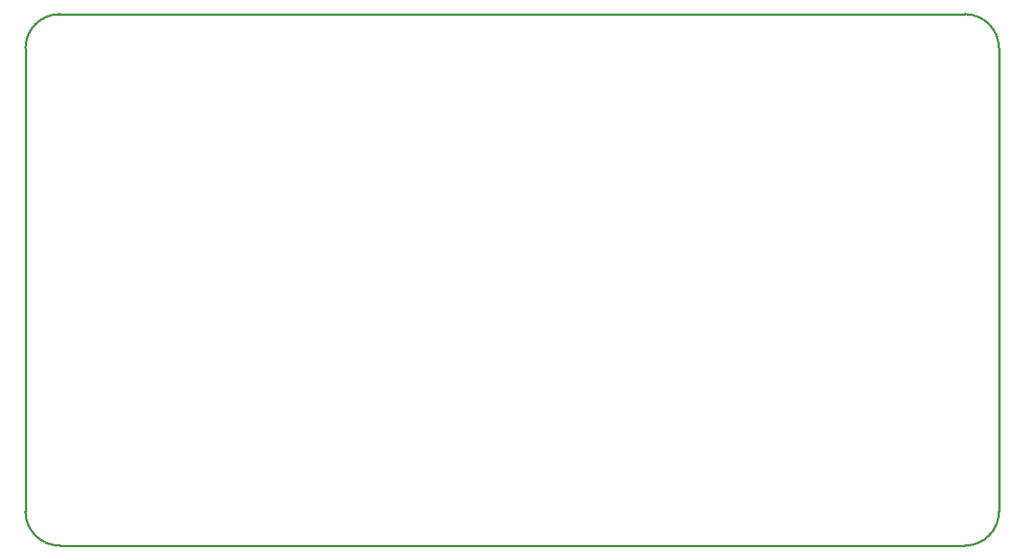
<source format=gko>
G04 Layer: BoardOutlineLayer*
G04 EasyEDA v6.5.22, 2024-01-02 20:54:04*
G04 984ccde9b92444d3820f456cd2862b94,da3b0543d5484e77bd98afd5aefff037,10*
G04 Gerber Generator version 0.2*
G04 Scale: 100 percent, Rotated: No, Reflected: No *
G04 Dimensions in millimeters *
G04 leading zeros omitted , absolute positions ,4 integer and 5 decimal *
%FSLAX45Y45*%
%MOMM*%

%ADD10C,0.2540*%
D10*
X10921979Y381000D02*
G01*
X10921979Y5587989D01*
X381000Y0D02*
G01*
X10540979Y0D01*
X2Y5587989D02*
G01*
X2Y381000D01*
X10540979Y5968987D02*
G01*
X362986Y5968987D01*
G75*
G01*
X10540980Y0D02*
G03*
X10921980Y381000I0J381000D01*
G75*
G01*
X381000Y5968987D02*
G03*
X3Y5587990I0J-380997D01*
G75*
G01*
X0Y381000D02*
G03*
X381000Y0I381000J0D01*
G75*
G01*
X10921977Y5587990D02*
G03*
X10540980Y5968987I-380997J0D01*

%LPD*%
M02*

</source>
